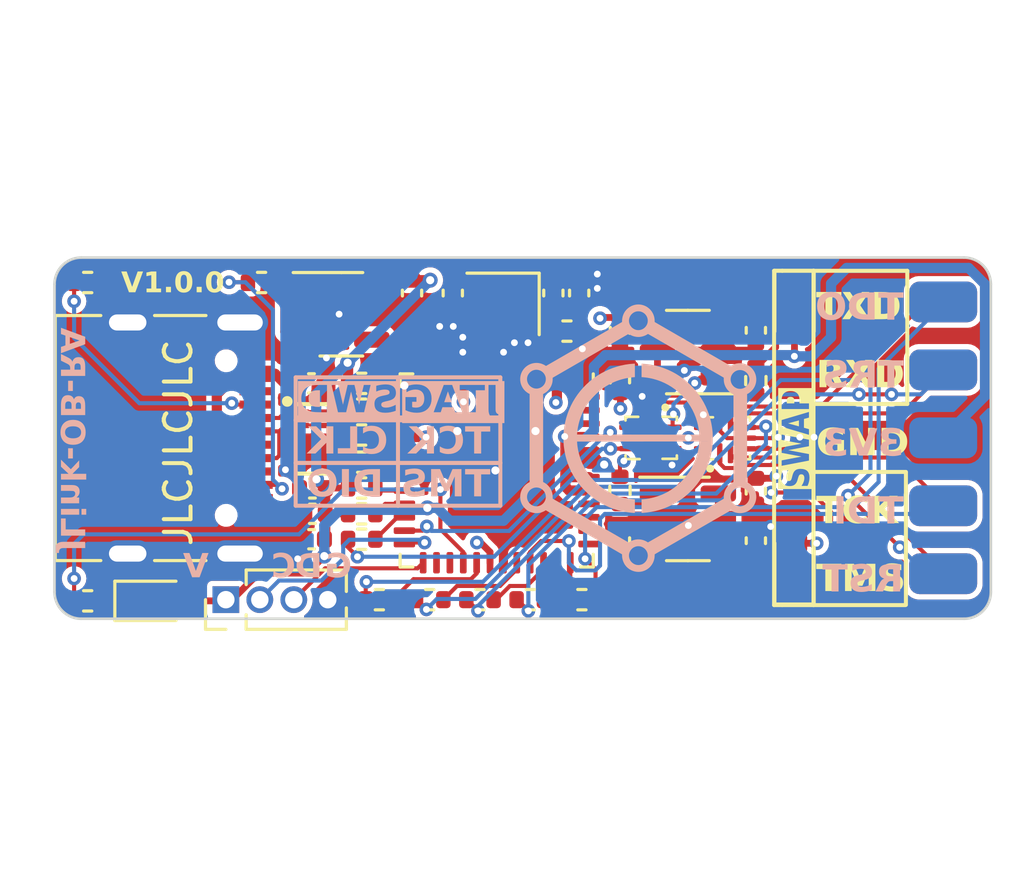
<source format=kicad_pcb>
(kicad_pcb (version 20231007) (generator pcbnew)
  (layers (0 "F.Cu" signal) (1 "In1.Cu" signal) (2 "In2.Cu" signal) (31 "B.Cu" signal) (34 "B.Paste" user) (35 "F.Paste" user) (36 "B.SilkS" user "B.Silkscreen") (37 "F.SilkS" user "F.Silkscreen") (38 "B.Mask" user) (39 "F.Mask" user) (44 "Edge.Cuts" user))
  (net 0 "")
  (net 1 "GND")
  (net 2 "Net-(U1-VCL)")
  (net 3 "/XTAL")
  (net 4 "/EXTAL")
  (net 5 "+3V3")
  (net 6 "Net-(U3-I)")
  (net 7 "Net-(U4-I)")
  (net 8 "VBUS")
  (net 9 "Net-(D1-K)")
  (net 10 "/SWAP_SWD")
  (net 11 "/SWAP_UART")
  (net 12 "Net-(J1-CC1)")
  (net 13 "/USB_D+")
  (net 14 "/USB_D-")
  (net 16 "Net-(J1-CC2)")
  (net 18 "/TDI")
  (net 19 "/TRST")
  (net 20 "/R_TX")
  (net 21 "/R_TMS")
  (net 22 "/TDO")
  (net 23 "/R_RX")
  (net 24 "/#RESET")
  (net 25 "/R_TCK")
  (net 26 "Net-(U1-XCIN)")
  (net 27 "Net-(U1-P407)")
  (net 28 "Net-(U1-USB_DM)")
  (net 29 "Net-(U1-USB_DP)")
  (net 30 "/RA_RST")
  (net 31 "Net-(U1-P201{slash}MD)")
  (net 32 "Net-(U1-P200)")
  (net 33 "Net-(U1-P111)")
  (net 34 "Net-(U1-P100)")
  (net 35 "/TMS")
  (net 36 "Net-(U1-P101)")
  (net 37 "/TCK")
  (net 38 "Net-(U1-P102)")
  (net 39 "Net-(U1-P104)")
  (net 40 "Net-(U1-P112)")
  (net 41 "Net-(U1-P302)")
  (net 42 "/TX")
  (net 44 "/RX")
  (net 45 "/RA_CLK")
  (net 60 "/RA_DIO")
  (net 61 "Net-(D2-K)")
  (net 62 "Net-(D3-K)")
  (footprint "My DFN_QFN:WQFN-10_L1.8-W1.4-P0.40-BL" (layer "F.Cu") (at 36.9332 22.6104 180)
    (property "Reference" "U6")
    (property "Value" "RS2227XUTQK10" hide)
  )
  (footprint "Capacitor_SMD:C_0402_1005Metric" (layer "F.Cu") (at 35.7964 18.5872 -90)
    (property "Reference" "C7")
    (property "Value" "0.1u")
  )
  (footprint "Resistor_SMD:R_0402_1005Metric" (layer "F.Cu") (at 26.1424 21.5348)
    (property "Reference" "R3")
    (property "Value" "27R")
  )
  (footprint "LED_SMD:LED_0603_1608Metric" (layer "F.Cu") (at 42.3204 27.3348 90)
    (property "Reference" "D2")
    (property "Value" "LED")
  )
  (footprint "Resistor_SMD:R_0402_1005Metric" (layer "F.Cu") (at 26.1424 22.5)
    (property "Reference" "R4")
    (property "Value" "27R")
  )
  (footprint "Capacitor_SMD:C_0402_1005Metric" (layer "F.Cu") (at 35.7964 20.444 90)
    (property "Reference" "C8")
    (property "Value" "0.1u")
  )
  (footprint "Capacitor_SMD:C_0402_1005Metric" (layer "F.Cu") (at 29.548 17.1936 90)
    (property "Reference" "C3")
    (property "Value" "20p")
  )
  (footprint "Resistor_SMD:R_0402_1005Metric" (layer "F.Cu") (at 26.802801 28.6556 180)
    (property "Reference" "R15")
    (property "Value" "150R")
  )
  (footprint "Resistor_SMD:R_0402_1005Metric" (layer "F.Cu") (at 26.1424 26.3968)
    (property "Reference" "R16")
    (property "Value" "150R")
  )
  (footprint "Resistor_SMD:R_0402_1005Metric" (layer "F.Cu") (at 34.374 28.6556)
    (property "Reference" "R11")
    (property "Value" "150R")
  )
  (footprint "Touch Pad:Touch_SMD_BOX" (layer "F.Cu") (at 38.3 28.4)
    (property "Reference" "TP1")
    (property "Value" "TouchPad" hide)
  )
  (footprint "Package_TO_SOT_SMD:SOT-23-6" (layer "F.Cu") (at 38.3364 25.638)
    (property "Reference" "U3")
    (property "Value" "TTP223")
  )
  (footprint "Capacitor_SMD:C_0402_1005Metric" (layer "F.Cu") (at 24.3 24.4968 180)
    (property "Reference" "C13")
    (property "Value" "0.1u")
  )
  (footprint "Touch Pad:Touch_SMD_BOX" (layer "F.Cu") (at 38.3 16.8)
    (property "Reference" "TP2")
    (property "Value" "TouchPad" hide)
  )
  (footprint "Resistor_SMD:R_0402_1005Metric" (layer "F.Cu") (at 26.1424 24.4812)
    (property "Reference" "R6")
    (property "Value" "10k")
  )
  (footprint "Capacitor_SMD:C_0402_1005Metric" (layer "F.Cu") (at 34.2724 17.1936 -90)
    (property "Reference" "C1")
    (property "Value" "0.1u")
  )
  (footprint "Capacitor_SMD:C_0402_1005Metric" (layer "F.Cu") (at 24.3 25.4468 180)
    (property "Reference" "C14")
    (property "Value" "10u")
  )
  (footprint "Connector_USB:USB_C_Receptacle_G-Switch_GT-USB-7010ASV" (layer "F.Cu") (at 18.4704 22.6136 -90)
    (property "Reference" "J1")
    (property "Value" "USB_C_Receptacle_USB2.0")
  )
  (footprint "Capacitor_SMD:C_0402_1005Metric" (layer "F.Cu") (at 33.3072 17.1936 -90)
    (property "Reference" "C2")
    (property "Value" "20p")
  )
  (footprint "Resistor_SMD:R_0402_1005Metric" (layer "F.Cu") (at 15.9 28.7)
    (property "Reference" "R8")
    (property "Value" "1k")
  )
  (footprint "Resistor_SMD:R_0402_1005Metric" (layer "F.Cu") (at 32.4436 28.6556 180)
    (property "Reference" "R12")
    (property "Value" "150R")
  )
  (footprint "Connector_PinHeader_1.27mm:PinHeader_1x04_P1.27mm_Vertical" (layer "F.Cu") (at 21.0644 28.6556 90)
    (property "Reference" "J3")
    (property "Value" "DBG")
  )
  (footprint "Package_TO_SOT_SMD:SOT-23-5" (layer "F.Cu") (at 25.3824 17.9876)
    (property "Reference" "U7")
    (property "Value" "ME6211C33M5G")
  )
  (footprint "Resistor_SMD:R_0402_1005Metric" (layer "F.Cu") (at 15.9 16.8)
    (property "Reference" "R9")
    (property "Value" "5.1k")
  )
  (footprint "Crystal:Crystal_SMD_2016-4Pin_2.0x1.6mm" (layer "F.Cu") (at 31.4276 17.6 180)
    (property "Reference" "Y1")
    (property "Value" "12M")
  )
  (footprint "Package_TO_SOT_SMD:SOT-23-6" (layer "F.Cu") (at 38.336399 19.4 180)
    (property "Reference" "U4")
    (property "Value" "TTP223")
  )
  (footprint "LED_SMD:LED_0603_1608Metric" (layer "F.Cu") (at 18.4 28.7)
    (property "Reference" "D1")
    (property "Value" "LED")
  )
  (footprint "Resistor_SMD:R_0402_1005Metric" (layer "F.Cu") (at 40.8764 20.4668 90)
    (property "Reference" "R20")
    (property "Value" "1k")
  )
  (footprint "Capacitor_SMD:C_0402_1005Metric" (layer "F.Cu") (at 40.8764 24.6 -90)
    (property "Reference" "C9")
    (property "Value" "0.1u")
  )
  (footprint "Capacitor_SMD:C_0402_1005Metric" (layer "F.Cu") (at 24.27 26.3968 180)
    (property "Reference" "C12")
    (property "Value" "1u")
  )
  (footprint "Capacitor_SMD:C_0402_1005Metric" (layer "F.Cu") (at 24.2648 20.5696)
    (property "Reference" "C10")
    (property "Value" "1u")
  )
  (footprint "Resistor_SMD:R_0402_1005Metric" (layer "F.Cu") (at 26.1424 25.4464)
    (property "Reference" "R7")
    (property "Value" "10k")
  )
  (footprint "Resistor_SMD:R_0402_1005Metric" (layer "F.Cu") (at 28.6844 28.6556 180)
    (property "Reference" "R14")
    (property "Value" "150R")
  )
  (footprint "Capacitor_SMD:C_0402_1005Metric" (layer "F.Cu") (at 35.7964 26.4508 90)
    (property "Reference" "C5")
    (property "Value" "50p")
  )
  (footprint "My DFN_QFN:WQFN-10_L1.8-W1.4-P0.40-BL" (layer "F.Cu") (at 39.7272 22.6168)
    (property "Reference" "U5")
    (property "Value" "RS2227XUTQK10" hide)
  )
  (footprint "Resistor_SMD:R_0402_1005Metric" (layer "F.Cu") (at 35.7964 24.5712 90)
    (property "Reference" "R19")
    (property "Value" "1k")
  )
  (footprint "connector:Conn_02x05_PinHeader_SMD" (layer "F.Cu") (at 47.879 27.686 90)
    (property "Reference" "J2" hide)
    (property "Value" "Conn_02x05_Counter_Clockwise")
  )
  (footprint "Resistor_SMD:R_0402_1005Metric" (layer "F.Cu") (at 22.4 16.8)
    (property "Reference" "R10")
    (property "Value" "5.1k")
  )
  (footprint "Package_DFN_QFN:QFN-48-1EP_7x7mm_P0.5mm_EP3.5x3.5mm" (layer "F.Cu") (at 31.1896 23.8252 -90)
    (property "Reference" "U1")
    (property "Value" "R7FA4M2AB3CNE#AA0")
  )
  (footprint "Resistor_SMD:R_0402_1005Metric" (layer "F.Cu") (at 26.1444 20.5696)
    (property "Reference" "R2")
    (property "Value" "10k")
  )
  (footprint "Capacitor_SMD:C_0402_1005Metric" (layer "F.Cu") (at 28.024 17.1936 -90)
    (property "Reference" "C11")
    (property "Value" "1u")
  )
  (footprint "Capacitor_SMD:C_0402_1005Metric" (layer "F.Cu") (at 40.8764 18.5872 -90)
    (property "Reference" "C6")
    (property "Value" "50p")
  )
  (footprint "Capacitor_SMD:C_0402_1005Metric" (layer "F.Cu") (at 40.8764 26.45 90)
    (property "Reference" "C4")
    (property "Value" "0.1u")
  )
  (footprint "Resistor_SMD:R_0402_1005Metric" (layer "F.Cu") (at 30.564 28.6556 180)
    (property "Reference" "R13")
    (property "Value" "150R")
  )
  (footprint "Resistor_SMD:R_0402_1005Metric" (layer "F.Cu") (at 26.1424 23.516)
    (property "Reference" "R5")
    (property "Value" "10k")
  )
  (footprint "ESD-TVS:DFN-10_L2.5-W1.0-P0.50-BL-A" (layer "F.Cu") (at 24.260201 22.6444 -90)
    (property "Reference" "U2")
    (property "Value" "ESD0524P_C2901307")
  )
  (footprint "LED_SMD:LED_0603_1608Metric" (layer "F.Cu") (at 42.3204 17.8352 -90)
    (property "Reference" "D3")
    (property "Value" "LED")
  )
  (footprint "Resistor_SMD:R_0402_1005Metric" (layer "F.Cu") (at 33.8152 18.616 180)
    (property "Reference" "R1")
    (property "Value" "10k")
  )
  (footprint "LOGO" (layer "B.Cu") (at 36.4746 22.618465 180)
    (property "Reference" "G***" hide)
    (property "Value" "LOGO" hide)
  )
  (gr_rect (start 38.6746 16.194) (end 41.2246 18.594) (stroke (width 0.1)) (fill solid) (layer "F.Cu") (net 7))
  (gr_rect (start 35.4996 26.594) (end 38.0246 28.944) (stroke (width 0.2)) (fill solid) (layer "F.Cu") (net 6))
  (gr_line (start 31.3246 25.144) (end 31.3246 23.544) (stroke (width 0.15)) (layer "B.SilkS"))
  (gr_line (start 27.4996 21.944) (end 23.6746 21.944) (stroke (width 0.15)) (layer "B.SilkS"))
  (gr_line (start 23.6746 23.544) (end 23.6746 21.944) (stroke (width 0.15)) (layer "B.SilkS"))
  (gr_line (start 27.4996 23.544) (end 23.6746 23.544) (stroke (width 0.15)) (layer "B.SilkS"))
  (gr_line (start 27.4996 21.944) (end 27.4996 20.344) (stroke (width 0.15)) (layer "B.SilkS"))
  (gr_line (start 27.4996 23.544) (end 27.4996 21.944) (stroke (width 0.15)) (layer "B.SilkS"))
  (gr_line (start 23.6746 25.144) (end 23.6746 23.544) (stroke (width 0.15)) (layer "B.SilkS"))
  (gr_line (start 27.4996 21.944) (end 27.4996 20.344) (stroke (width 0.15)) (layer "B.SilkS"))
  (gr_line (start 31.3246 23.544) (end 27.4996 23.544) (stroke (width 0.15)) (layer "B.SilkS"))
  (gr_line (start 31.3246 23.544) (end 31.3246 21.944) (stroke (width 0.15)) (layer "B.SilkS"))
  (gr_line (start 31.3246 20.344) (end 27.4996 20.344) (stroke (width 0.15)) (layer "B.SilkS"))
  (gr_line (start 27.4996 23.544) (end 27.4996 21.944) (stroke (width 0.15)) (layer "B.SilkS"))
  (gr_rect (start 27.4996 21.769) (end 31.3496 21.944) (fill solid) (layer "B.SilkS"))
  (gr_line (start 31.3246 21.944) (end 27.4996 21.944) (stroke (width 0.15)) (layer "B.SilkS"))
  (gr_line (start 31.3246 21.944) (end 27.4996 21.944) (stroke (width 0.15)) (layer "B.SilkS"))
  (gr_line (start 23.6746 21.944) (end 23.6746 20.344) (stroke (width 0.15)) (layer "B.SilkS"))
  (gr_line (start 31.3246 25.144) (end 27.4996 25.144) (stroke (width 0.15)) (layer "B.SilkS"))
  (gr_line (start 27.4996 25.144) (end 27.4996 23.544) (stroke (width 0.15)) (layer "B.SilkS"))
  (gr_line (start 31.3246 21.944) (end 27.4996 21.944) (stroke (width 0.15)) (layer "B.SilkS"))
  (gr_line (start 31.3246 21.944) (end 31.3246 20.344) (stroke (width 0.15)) (layer "B.SilkS"))
  (gr_line (start 27.4996 23.544) (end 23.6746 23.544) (stroke (width 0.15)) (layer "B.SilkS"))
  (gr_rect (start 23.6746 21.769) (end 27.5246 21.944) (fill solid) (layer "B.SilkS"))
  (gr_line (start 27.4996 21.944) (end 23.6746 21.944) (stroke (width 0.15)) (layer "B.SilkS"))
  (gr_line (start 27.4996 25.144) (end 27.4996 23.544) (stroke (width 0.15)) (layer "B.SilkS"))
  (gr_line (start 27.4996 20.344) (end 23.6746 20.344) (stroke (width 0.15)) (layer "B.SilkS"))
  (gr_line (start 31.3246 23.544) (end 27.4996 23.544) (stroke (width 0.15)) (layer "B.SilkS"))
  (gr_line (start 27.4996 21.944) (end 23.6746 21.944) (stroke (width 0.15)) (layer "B.SilkS"))
  (gr_line (start 27.4996 25.144) (end 23.6746 25.144) (stroke (width 0.15)) (layer "B.SilkS"))
  (gr_line (start 41.8632 16.362) (end 41.5584 16.362) (stroke (width 0.15)) (layer "F.SilkS"))
  (gr_line (start 46.486 28.85) (end 46.486 23.9106) (stroke (width 0.15)) (layer "F.SilkS"))
  (gr_line (start 43.0316 16.362) (end 41.8632 16.362) (stroke (width 0.15)) (layer "F.SilkS"))
  (gr_line (start 43.0316 16.362) (end 46.5368 16.362) (stroke (width 0.15)) (layer "F.SilkS"))
  (gr_line (start 43.0316 28.8588) (end 46.4622 28.8588) (stroke (width 0.15)) (layer "F.SilkS"))
  (gr_line (start 43.0316 16.362) (end 43.0316 28.8588) (stroke (width 0.15)) (layer "F.SilkS"))
  (gr_line (start 46.486 23.8804) (end 43.0316 23.8804) (stroke (width 0.15)) (layer "F.SilkS"))
  (gr_line (start 46.5368 16.362) (end 46.5368 21.3404) (stroke (width 0.15)) (layer "F.SilkS"))
  (gr_line (start 41.8632 28.8588) (end 43.0316 28.8588) (stroke (width 0.15)) (layer "F.SilkS"))
  (gr_line (start 43.0316 20.7308) (end 43.0316 16.362) (stroke (width 0.15)) (layer "F.SilkS"))
  (gr_line (start 41.5584 16.362) (end 41.5584 28.8588) (stroke (width 0.15)) (layer "F.SilkS"))
  (gr_line (start 41.8632 28.8588) (end 41.5584 28.8588) (stroke (width 0.15)) (layer "F.SilkS"))
  (gr_line (start 46.5368 21.3404) (end 43.0824 21.3404) (stroke (width 0.15)) (layer "F.SilkS"))
  (gr_arc (start 14.6604 16.869) (mid 14.953291 16.161889) (end 15.6604 15.869) (stroke (width 0.1)) (layer "Edge.Cuts"))
  (gr_line (start 49.6604 28.3686) (end 49.6604 16.869) (stroke (width 0.1)) (layer "Edge.Cuts"))
  (gr_line (start 14.6604 16.869) (end 14.6604 28.3686) (stroke (width 0.1)) (layer "Edge.Cuts"))
  (gr_line (start 15.6604 15.869) (end 48.6604 15.869) (stroke (width 0.1)) (layer "Edge.Cuts"))
  (gr_line (start 48.6604 29.3686) (end 15.6604 29.3686) (stroke (width 0.1)) (layer "Edge.Cuts"))
  (gr_arc (start 49.6604 28.3686) (mid 49.367507 29.075707) (end 48.6604 29.3686) (stroke (width 0.1)) (layer "Edge.Cuts"))
  (gr_arc (start 48.6604 15.869) (mid 49.367504 16.161894) (end 49.6604 16.869) (stroke (width 0.1)) (layer "Edge.Cuts"))
  (gr_arc (start 15.6604 29.3686) (mid 14.953293 29.075707) (end 14.6604 28.3686) (stroke (width 0.1)) (layer "Edge.Cuts"))
  (gr_text "TDO" (at 46.3996 18.359 0) (layer "B.SilkS") (effects (font (size 1 1) (thickness 0.25) bold) (justify left bottom mirror)))
  (gr_text "C" (at 23.6746 27.969 0) (layer "B.SilkS") (effects (font (size 0.889 0.889)) (justify left bottom mirror)))
  (gr_text "G" (at 25.7746 27.969 0) (layer "B.SilkS") (effects (font (size 0.889 0.889)) (justify left bottom mirror)))
  (gr_text "JTAG" (at 31.2746 21.819 0) (layer "B.SilkS" knockout) (effects (font (size 1 1) (thickness 0.25) bold) (justify left bottom mirror)))
  (gr_text "TRS" (at 46.3996 20.899 0) (layer "B.SilkS") (effects (font (size 1 1) (thickness 0.25) bold) (justify left bottom mirror)))
  (gr_text "CLK" (at 27.129249 23.36301 0) (layer "B.SilkS") (effects (font (size 1 1) (thickness 0.25) bold) (justify left bottom mirror)))
  (gr_text "JLink-OB-RA" (at 14.7496 26.840278 -90) (layer "B.SilkS") (effects (font (size 0.889 0.889)) (justify left bottom mirror)))
  (gr_text "TDI" (at 46.3996 25.979 0) (layer "B.SilkS") (effects (font (size 1 1) (thickness 0.25) bold) (justify left bottom mirror)))
  (gr_text "3V3" (at 46.3996 23.439 0) (layer "B.SilkS") (effects (font (size 1 1) (thickness 0.25) bold) (justify left bottom mirror)))
  (gr_text "D\n" (at 24.6746 27.969 0) (layer "B.SilkS") (effects (font (size 0.889 0.889)) (justify left bottom mirror)))
  (gr_text "DIO" (at 26.955348 24.96301 0) (layer "B.SilkS") (effects (font (size 1 1) (thickness 0.25) bold) (justify left bottom mirror)))
  (gr_text "TCK" (at 30.954249 23.36301 0) (layer "B.SilkS") (effects (font (size 1 1) (thickness 0.25) bold) (justify left bottom mirror)))
  (gr_text "RST" (at 46.3996 28.519 0) (layer "B.SilkS") (effects (font (size 1 1) (thickness 0.25) bold) (justify left bottom mirror)))
  (gr_text "TMS" (at 30.954249 24.96301 0) (layer "B.SilkS") (effects (font (size 1 1) (thickness 0.25) bold) (justify left bottom mirror)))
  (gr_text "V" (at 20.4246 27.969 0) (layer "B.SilkS") (effects (font (size 0.889 0.889)) (justify left bottom mirror)))
  (gr_text "SWD" (at 27.5246 21.819 0) (layer "B.SilkS" knockout) (effects (font (size 1 1) (thickness 0.25) bold) (justify left bottom mirror)))
  (gr_text "GND" (at 43.12685 23.4232 0) (layer "F.SilkS") (effects (font (size 1 1) (thickness 0.25) bold) (justify left bottom)))
  (gr_text "TXD" (at 43.12685 18.3432 0) (layer "F.SilkS") (effects (font (size 1 1) (thickness 0.25) bold) (justify left bottom)))
  (gr_text "TMS" (at 43.12685 28.5032 0) (layer "F.SilkS") (effects (font (size 1 1) (thickness 0.25) bold) (justify left bottom)))
  (gr_text "V1.0.0" (at 17.1496 17.294 0) (layer "F.SilkS") (effects (font (size 0.762 0.762) (thickness 0.1905) bold) (justify left bottom)))
  (gr_text "SWAP" (at 43.0316 24.49 90) (layer "F.SilkS" knockout) (effects (font (size 1 0.8) (thickness 0.25) bold) (justify left bottom)))
  (gr_text "TCK" (at 43.12685 25.9632 0) (layer "F.SilkS") (effects (font (size 1 1) (thickness 0.25) bold) (justify left bottom)))
  (gr_text "JLCJLCJLC" (at 19.8746 26.744 90) (layer "F.SilkS") (effects (font (size 1 1)) (justify left bottom)))
  (gr_text "RXD" (at 43.12685 20.8832 0) (layer "F.SilkS") (effects (font (size 1 1) (thickness 0.25) bold) (justify left bottom)))
  (segment (start 38.891029 19.4) (end 38.203936 20.087093) (width 0.254) (layer "F.Cu") (net 1))
  (segment (start 24.2449 17.9876) (end 25.294 17.9876) (width 0.381) (layer "F.Cu") (net 1))
  (segment (start 35.175412 23.5752) (end 35.205899 23.605687) (width 0.381) (layer "F.Cu") (net 1))
  (segment (start 42.2358 23.0168) (end 42.5196 22.5806) (width 0.1524) (layer "F.Cu") (net 1))
  (segment (start 38.354 24.677664) (end 38.354 25.8826) (width 0.1524) (layer "F.Cu") (net 1))
  (segment (start 37.1989 25.638) (end 38.1094 25.638) (width 0.254) (layer "F.Cu") (net 1))
  (segment (start 37.7652 23.6012) (end 37.7444 23.622) (width 0.1524) (layer "F.Cu") (net 1))
  (segment (start 34.6396 23.5752) (end 35.175412 23.5752) (width 0.381) (layer "F.Cu") (net 1))
  (segment (start 40.8764 25.97) (end 41.382556 25.97) (width 0.1524) (layer "F.Cu") (net 1))
  (segment (start 23.849201 23.6444) (end 23.4472 23.6444) (width 0.254) (layer "F.Cu") (net 1))
  (segment (start 23.79 26.3968) (end 23.79 27.0862) (width 0.254) (layer "F.Cu") (net 1))
  (segment (start 40.8764 25.08) (end 40.3886 24.5922) (width 0.1524) (layer "F.Cu") (net 1))
  (segment (start 40.5592 23.0168) (end 42.2358 23.0168) (width 0.1524) (layer "F.Cu") (net 1))
  (segment (start 38.825464 24.2062) (end 38.354 24.677664) (width 0.1524) (layer "F.Cu") (net 1))
  (segment (start 36.358599 20.788399) (end 36.358599 20.526199) (width 0.1524) (layer "F.Cu") (net 1))
  (segment (start 39.473899 19.4) (end 38.891029 19.4) (width 0.254) (layer "F.Cu") (net 1))
  (segment (start 42.5196 22.5806) (end 42.5196 22.733) (width 0.1524) (layer "F.Cu") (net 1))
  (segment (start 36.358599 20.526199) (end 35.7964 19.964) (width 0.1524) (layer "F.Cu") (net 1))
  (segment (start 36.6268 21.0566) (end 36.358599 20.788399) (width 0.1524) (layer "F.Cu") (net 1))
  (segment (start 38.8952 22.2168) (end 38.8952 21.76) (width 0.1524) (layer "F.Cu") (net 1))
  (segment (start 23.79 27.0862) (end 23.749 27.1272) (width 0.254) (layer "F.Cu") (net 1))
  (segment (start 40.2336 24.2062) (end 38.825464 24.2062) (width 0.1524) (layer "F.Cu") (net 1))
  (segment (start 40.3886 24.3612) (end 40.2336 24.2062) (width 0.1524) (layer "F.Cu") (net 1))
  (segment (start 40.3886 24.5922) (end 40.3886 24.3612) (width 0.1524) (layer "F.Cu") (net 1))
  (segment (start 36.8661 25.9708) (end 37.1989 25.638) (width 0.254) (layer "F.Cu") (net 1))
  (segment (start 37.7652 23.0104) (end 37.7652 23.6012) (width 0.1524) (layer "F.Cu") (net 1))
  (segment (start 38.8952 21.76) (end 38.9128 21.7424) (width 0.1524) (layer "F.Cu") (net 1))
  (segment (start 23.4472 23.6444) (end 23.2918 23.7998) (width 0.254) (layer "F.Cu") (net 1))
  (segment (start 38.1094 25.638) (end 38.354 25.8826) (width 0.254) (layer "F.Cu") (net 1))
  (segment (start 25.294 17.9876) (end 25.2984 17.9832) (width 0.381) (layer "F.Cu") (net 1))
  (segment (start 41.382556 25.97) (end 41.431522 25.921034) (width 0.1524) (layer "F.Cu") (net 1))
  (segment (start 35.7964 25.9708) (end 36.8661 25.9708) (width 0.254) (layer "F.Cu") (net 1))
  (via (at 38.203936 20.087093) (size 0.508) (drill 0.254) (layers "F.Cu" "B.Cu") (net 1))
  (via (at 43.053 22.5806) (size 0.508) (drill 0.254) (layers "F.Cu" "B.Cu") (net 1))
  (via (at 41.431522 25.921034) (size 0.508) (drill 0.254) (layers "F.Cu" "B.Cu") (net 1))
  (via (at 25.2984 17.9832) (size 0.508) (drill 0.254) (layers "F.Cu" "B.Cu") (net 1))
  (via (at 37.7444 23.622) (size 0.508) (drill 0.254) (layers "F.Cu" "B.Cu") (net 1))
  (via (at 38.354 25.8826) (size 0.508) (drill 0.254) (layers "F.Cu" "B.Cu") (net 1))
  (via (at 23.749 27.1272) (size 0.508) (drill 0.254) (layers "F.Cu" "B.Cu") (net 1))
  (via (at 36.6268 21.0566) (size 0.508) (drill 0.254) (layers "F.Cu" "B.Cu") (net 1))
  (via (at 23.2918 23.7998) (size 0.508) (drill 0.254) (layers "F.Cu" "B.Cu") (net 1))
  (via (at 31.1404 23.8252) (size 0.5588) (drill 0.3048) (layers "F.Cu" "B.Cu") (net 1))
  (via (at 34.3916 19.2786) (size 0.508) (drill 0.254) (layers "F.Cu" "B.Cu") (net 1))
  (via (at 42.5196 22.5806) (size 0.508) (drill 0.254) (layers "F.Cu" "B.Cu") (net 1))
  (via (at 31.4452 19.4056) (size 0.508) (drill 0.254) (layers "F.Cu" "B.Cu") (net 1))
  (via (at 35.205899 23.605687) (size 0.5588) (drill 0.3048) (layers "F.Cu" "B.Cu") (net 1))
  (via (at 24.8246 19.619) (size 0.508) (drill 0.254) (layers "F.Cu" "B.Cu") (net 1))
  (via (at 29.0576 18.4404) (size 0.508) (drill 0.254) (layers "F.Cu" "B.Cu") (net 1))
  (via (at 32.639 22.352) (size 0.5588) (drill 0.3048) (layers "F.Cu" "B.Cu") (net 1))
  (via (at 27.7368 20.6502) (size 0.5588) (drill 0.3048) (layers "F.Cu" "B.Cu") (net 1))
  (via (at 29.9212 18.8468) (size 0.508) (drill 0.254) (layers "F.Cu" "B.Cu") (net 1))
  (via (at 34.9504 17.018) (size 0.508) (drill 0.254) (layers "F.Cu" "B.Cu") (net 1))
  (via (at 31.8516 19.05) (size 0.508) (drill 0.254) (layers "F.Cu" "B.Cu") (net 1))
  (via (at 29.5656 18.4404) (size 0.508) (drill 0.254) (layers "F.Cu" "B.Cu") (net 1))
  (via (at 29.718 22.352) (size 0.5588) (drill 0.3048) (layers "F.Cu" "B.Cu") (net 1))
  (via (at 38.9128 21.7424) (size 0.508) (drill 0.254) (layers "F.Cu" "B.Cu") (net 1))
  (via (at 32.3596 19.05) (size 0.508) (drill 0.254) (layers "F.Cu" "B.Cu") (net 1))
  (via (at 29.9212 19.4056) (size 0.508) (drill 0.254) (layers "F.Cu" "B.Cu") (net 1))
  (via (at 34.9504 16.4846) (size 0.508) (drill 0.254) (layers "F.Cu" "B.Cu") (net 1))
  (segment (start 32.939599 20.3752) (end 32.939599 19.975201) (width 0.1524) (layer "F.Cu") (net 2))
  (segment (start 33.753001 18.192999) (end 34.2724 17.6736) (width 0.1524) (layer "F.Cu") (net 2))
  (segment (start 33.753001 19.161799) (end 33.753001 18.192999) (width 0.1524) (layer "F.Cu") (net 2))
  (segment (start 32.939599 19.975201) (end 33.753001 19.161799) (width 0.1524) (layer "F.Cu") (net 2))
  (segment (start 30.9396 19.0984) (end 31.4198 18.6182) (width 0.1524) (layer "F.Cu") (net 3))
  (segment (start 32.0482 17.05) (end 32.1276 17.05) (width 0.1524) (layer "F.Cu") (net 3))
  (segment (start 31.4198 17.6784) (end 32.0482 17.05) (width 0.1524) (layer "F.Cu") (net 3))
  (segment (start 32.1276 17.05) (end 32.464 16.7136) (width 0.1524) (layer "F.Cu") (net 3))
  (segment (start 31.4198 18.6182) (end 31.4198 17.6784) (width 0.1524) (layer "F.Cu") (net 3))
  (segment (start 32.464 16.7136) (end 33.3072 16.7136) (width 0.1524) (layer "F.Cu") (net 3))
  (segment (start 30.9396 20.3752) (end 30.9396 19.0984) (width 0.1524) (layer "F.Cu") (net 3))
  (segment (start 30.2512 17.6736) (end 29.548 17.6736) (width 0.1524) (layer "F.Cu") (net 4))
  (segment (start 30.4396 20.375201) (end 30.4396 18.438) (width 0.1524) (layer "F.Cu") (net 4))
  (segment (start 30.7276 18.15) (end 30.2512 17.6736) (width 0.1524) (layer "F.Cu") (net 4))
  (segment (start 30.4396 18.438) (end 30.7276 18.15) (width 0.1524) (layer "F.Cu") (net 4))
  (segment (start 42.3204 18.622701) (end 42.3204 19.554) (width 0.254) (layer "F.Cu") (net 5))
  (segment (start 30.584498 26.520099) (end 30.447081 26.520099) (width 0.254) (layer "F.Cu") (net 5))
  (segment (start 40.8764 26.93) (end 41.937699 26.93) (width 0.254) (layer "F.Cu") (net 5))
  (segment (start 33.4518 21.2852) (end 33.4396 21.273) (width 0.381) (layer "F.Cu") (net 5))
  (segment (start 33.7566 24.4362) (end 33.8956 24.5752) (width 0.381) (layer "F.Cu") (net 5))
  (segment (start 29.972 21.2598) (end 29.9974 21.2852) (width 0.381) (layer "F.Cu") (net 5))
  (segment (start 26.5199 17.0376) (end 26.8439 16.7136) (width 0.381) (layer "F.Cu") (net 5))
  (segment (start 42.3204 26.547299) (end 43.150301 26.547299) (width 0.254) (layer "F.Cu") (net 5))
  (segment (start 35.814 20.9416) (end 35.814 21.5138) (width 0.254) (layer "F.Cu") (net 5))
  (segment (start 30.9396 27.2752) (end 30.9396 26.875201) (width 0.254) (layer "F.Cu") (net 5))
  (segment (start 41.207374 24.12) (end 41.21034 24.117034) (width 0.254) (layer "F.Cu") (net 5))
  (segment (start 25.6324 25.4464) (end 24.7804 25.4464) (width 0.254) (layer "F.Cu") (net 5))
  (segment (start 33.8956 24.5752) (end 34.639599 24.5752) (width 0.381) (layer "F.Cu") (net 5))
  (segment (start 35.7964 18.1072) (end 35.0804 18.1072) (width 0.254) (layer "F.Cu") (net 5))
  (segment (start 37.7652 22.6104) (end 38.3496 22.6104) (width 0.1524) (layer "F.Cu") (net 5))
  (segment (start 38.3496 22.6104) (end 38.354 22.606) (width 0.1524) (layer "F.Cu") (net 5))
  (segment (start 38.3584 22.6104) (end 38.8888 22.6104) (width 0.1524) (layer "F.Cu") (net 5))
  (segment (start 24.75 27.02065) (end 24.743831 27.026819) (width 0.381) (layer "F.Cu") (net 5))
  (segment (start 28.5696 22.5752) (end 28.575 22.5698) (width 0.381) (layer "F.Cu") (net 5))
  (segment (start 28.024 16.7136) (end 28.7016 16.7136) (width 0.381) (layer "F.Cu") (net 5))
  (segment (start 39.8159 26.93) (end 39.4739 26.588) (width 0.254) (layer "F.Cu") (net 5))
  (segment (start 21.02 28.7) (end 21.0644 28.6556) (width 0.254) (layer "F.Cu") (net 5))
  (segment (start 24.45411 24.155693) (end 24.45411 24.17091) (width 0.381) (layer "F.Cu") (net 5))
  (segment (start 28.538398 25.167962) (end 28.595115 25.224679) (width 0.381) (layer "F.Cu") (net 5))
  (segment (start 33.7566 24.0792) (end 33.7566 22.5806) (width 0.381) (layer "F.Cu") (net 5))
  (segment (start 29.9396 20.3752) (end 29.9396 21.2274) (width 0.381) (layer "F.Cu") (net 5))
  (segment (start 37.198899 18.450001) (end 37.198899 20.349999) (width 0.254) (layer "F.Cu") (net 5))
  (segment (start 24.75 26.3968) (end 24.75 27.02065) (width 0.381) (layer "F.Cu") (net 5))
  (segment (start 33.762 22.5752) (end 33.7566 22.5806) (width 0.381) (layer "F.Cu") (net 5))
  (segment (start 33.7566 24.0792) (end 33.7566 24.4362) (width 0.381) (layer "F.Cu") (net 5))
  (segment (start 42.3204 19.554) (end 42.3164 19.558) (width 0.254) (layer "F.Cu") (net 5))
  (segment (start 33.7566 22.5806) (end 33.7312 22.5552) (width 0.381) (layer "F.Cu") (net 5))
  (segment (start 40.8764 26.93) (end 39.8159 26.93) (width 0.254) (layer "F.Cu") (net 5))
  (segment (start 41.561772 24.117034) (end 41.642708 24.036098) (width 0.254) (layer "F.Cu") (net 5))
  (segment (start 29.9396 21.2274) (end 29.9466 21.2344) (width 0.381) (layer "F.Cu") (net 5))
  (segment (start 25.6324 24.4812) (end 24.7956 24.4812) (width 0.254) (layer "F.Cu") (net 5))
  (segment (start 43.1546 26.543) (end 43.150301 26.547299) (width 0.254) (layer "F.Cu") (net 5))
  (segment (start 33.4396 21.273) (end 33.4396 20.3752) (width 0.381) (layer "F.Cu") (net 5))
  (segment (start 28.5696 22.5752) (end 28.538398 22.606402) (width 0.381) (layer "F.Cu") (net 5))
  (segment (start 28.555 22.5752) (end 28.5496 22.5806) (width 0.381) (layer "F.Cu") (net 5))
  (segment (start 38.8888 22.6104) (end 38.8952 22.6168) (width 0.1524) (layer "F.Cu") (net 5))
  (segment (start 21.0644 28.6556) (end 21.304004 28.6556) (width 0.254) (layer "F.Cu") (net 5))
  (segment (start 22.297404 27.6622) (end 24.10845 27.6622) (width 0.254) (layer "F.Cu") (net 5))
  (segment (start 24.78 26.3668) (end 24.75 26.3968) (width 0.381) (layer "F.Cu") (net 5))
  (segment (start 33.401 21.2852) (end 33.4518 21.2852) (width 0.381) (layer "F.Cu") (net 5))
  (segment (start 24.7956 24.4812) (end 24.78 24.4968) (width 0.254) (layer "F.Cu") (net 5))
  (segment (start 41.937699 26.93) (end 42.3204 26.547299) (width 0.254) (layer "F.Cu") (net 5))
  (segment (start 40.8764 24.12) (end 41.207374 24.12) (width 0.254) (layer "F.Cu") (net 5))
  (segment (start 30.9396 26.875201) (end 30.584498 26.520099) (width 0.254) (layer "F.Cu") (net 5))
  (segment (start 28.7016 16.7136) (end 28.702 16.7132) (width 0.381) (layer "F.Cu") (net 5))
  (segment (start 33.7606 24.0752) (end 33.7566 24.0792) (width 0.381) (layer "F.Cu") (net 5))
  (segment (start 25.6344 20.5696) (end 25.6344 19.8178) (width 0.381) (layer "F.Cu") (net 5))
  (segment (start 38.354 22.606) (end 38.3584 22.6104) (width 0.1524) (layer "F.Cu") (net 5))
  (segment (start 28.5442 22.5752) (end 27.7396 22.5752) (width 0.381) (layer "F.Cu") (net 5))
  (segment (start 24.10845 27.6622) (end 24.743831 27.026819) (width 0.254) (layer "F.Cu") (net 5))
  (segment (start 28.5696 22.5752) (end 28.555 22.5752) (width 0.381) (layer "F.Cu") (net 5))
  (segment (start 19.1875 28.7) (end 21.02 28.7) (width 0.254) (layer "F.Cu") (net 5))
  (segment (start 29.9466 21.2598) (end 29.972 21.2598) (width 0.381) (layer "F.Cu") (net 5))
  (segment (start 28.5496 22.5806) (end 28.5442 22.5752) (width 0.381) (layer "F.Cu") (net 5))
  (segment (start 35.7964 18.1072) (end 36.856098 18.1072) (width 0.254) (layer "F.Cu") (net 5))
  (segment (start 29.9466 21.2344) (end 29.9466 21.2598) (width 0.381) (layer "F.Cu") (net 5))
  (segment (start 34.6396 24.0752) (end 33.7606 24.0752) (width 0.381) (layer "F.Cu") (net 5))
  (segment (start 39.4739 26.588) (end 39.4739 24.688) (width 0.254) (layer "F.Cu") (net 5))
  (segment (start 35.7964 20.924) (end 35.814 20.9416) (width 0.254) (layer "F.Cu") (net 5))
  (segment (start 24.45411 24.17091) (end 24.78 24.4968) (width 0.381) (layer "F.Cu") (net 5))
  (segment (start 26.8439 16.7136) (end 28.024 16.7136) (width 0.381) (layer "F.Cu") (net 5))
  (segment (start 25.6324 23.516) (end 25.6324 24.4812) (width 0.254) (layer "F.Cu") (net 5))
  (segment (start 36.856098 18.1072) (end 37.198899 18.450001) (width 0.254) (layer "F.Cu") (net 5))
  (segment (start 21.304004 28.6556) (end 22.297404 27.6622) (width 0.254) (layer "F.Cu") (net 5))
  (segment (start 34.6396 22.5752) (end 33.762 22.5752) (width 0.381) (layer "F.Cu") (net 5))
  (segment (start 41.21034 24.117034) (end 41.561772 24.117034) (width 0.254) (layer "F.Cu") (net 5))
  (segment (start 35.0804 18.1072) (end 35.052 18.1356) (width 0.254) (layer "F.Cu") (net 5))
  (segment (start 25.6344 19.8178) (end 25.6159 19.7993) (width 0.381) (layer "F.Cu") (net 5))
  (segment (start 24.7804 25.4464) (end 24.78 25.4468) (width 0.254) (layer "F.Cu") (net 5))
  (segment (start 24.78 24.4968) (end 24.78 26.3668) (width 0.381) (layer "F.Cu") (net 5))
  (via (at 35.814 21.5138) (size 0.508) (drill 0.254) (layers "F.Cu" "B.Cu") (net 5))
  (via (at 28.595115 25.224679) (size 0.5588) (drill 0.3048) (layers "F.Cu" "B.Cu") (net 5))
  (via (at 29.9466 21.2598) (size 0.508) (drill 0.254) (layers "F.Cu" "B.Cu") (net 5))
  (via (at 33.401 21.2852) (size 0.508) (drill 0.254) (layers "F.Cu" "B.Cu") (net 5))
  (via (at 43.150301 26.547299) (size 0.508) (drill 0.254) (layers "F.Cu" "B.Cu") (net 5))
  (via (at 41.642708 24.036098) (size 0.508) (drill 0.254) (layers "F.Cu" "B.Cu") (net 5))
  (via (at 25.6159 19.7993) (size 0.5588) (drill 0.3048) (layers "F.Cu" "B.Cu") (net 5))
  (via (at 28.5496 22.5806) (size 0.508) (drill 0.254) (layers "F.Cu" "B.Cu") (net 5))
  (via (at 24.45411 24.155693) (size 0.5588) (drill 0.3048) (layers "F.Cu" "B.Cu") (net 5))
  (via (at 42.3164 19.558) (size 0.508) (drill 0.254) (layers "F.Cu" "B.Cu") (net 5))
  (via (at 35.052 18.1356) (size 0.508) (drill 0.254) (layers "F.Cu" "B.Cu") (net 5))
  (via (at 38.354 22.606) (size 0.508) (drill 0.254) (layers "F.Cu" "B.Cu") (net 5))
  (via (at 28.702 16.7132) (size 0.5588) (drill 0.3048) (layers "F.Cu" "B.Cu") (net 5))
  (via (at 33.7312 22.5552) (size 0.508) (drill 0.254) (layers "F.Cu" "B.Cu") (net 5))
  (via (at 24.743831 27.026819) (size 0.5588) (drill 0.3048) (layers "F.Cu" "B.Cu") (net 5))
  (via (at 30.447081 26.520099) (size 0.508) (drill 0.254) (layers "F.Cu" "B.Cu") (net 5))
  (segment (start 43.688 18.8468) (end 42.9768 19.558) (width 0.381) (layer "B.Cu") (net 5))
  (segment (start 28.958479 25.224679) (end 28.595115 25.224679) (width 0.381) (layer "B.Cu") (net 5))
  (segment (start 24.442596 24.144179) (end 24.442596 20.972604) (width 0.381) (layer "B.Cu") (net 5))
  (segment (start 44.2722 16.256) (end 43.688 16.8402) (width 0.381) (layer "B.Cu") (net 5))
  (segment (start 43.688 16.8402) (end 43.688 18.8468) (width 0.381) (layer "B.Cu") (net 5))
  (segment (start 24.743831 25.878369) (end 25.3238 25.2984) (width 0.381) (layer "B.Cu") (net 5))
  (segment (start 35.247705 19.514695) (end 34.8234 19.939) (width 0.381) (layer "B.Cu") (net 5))
  (segment (start 34.8234 19.939) (end 34.8234 22.3266) (width 0.381) (layer "B.Cu") (net 5))
  (segment (start 29.4386 25.7048) (end 28.958479 25.224679) (width 0.381) (layer "B.Cu") (net 5))
  (segment (start 49.4411 16.866192) (end 48.830908 16.256) (width 0.381) (layer "B.Cu") (net 5))
  (segment (start 25.3238 25.2984) (end 28.521394 25.2984) (width 0.381) (layer "B.Cu") (net 5))
  (segment (start 42.9768 19.558) (end 42.3164 19.558) (width 0.381) (layer "B.Cu") (net 5))
  (segment (start 42.273095 19.514695) (end 35.247705 19.514695) (width 0.381) (layer "B.Cu") (net 5))
  (segment (start 24.45411 24.155693) (end 24.442596 24.144179) (width 0.381) (layer "B.Cu") (net 5))
  (segment (start 49.4411 21.043901) (end 49.4411 16.866192) (width 0.381) (layer "B.Cu") (net 5))
  (segment (start 28.521394 25.2984) (end 28.595115 25.224679) (width 0.381) (layer "B.Cu") (net 5))
  (segment (start 48.830908 16.256) (end 44.2722 16.256) (width 0.381) (layer "B.Cu") (net 5))
  (segment (start 31.4452 25.7048) (end 29.4386 25.7048) (width 0.381) (layer "B.Cu") (net 5))
  (segment (start 34.8234 22.3266) (end 31.4452 25.7048) (width 0.381) (layer "B.Cu") (net 5))
  (segment (start 47.879 22.606001) (end 49.4411 21.043901) (width 0.381) (layer "B.Cu") (net 5))
  (segment (start 24.743831 27.026819) (end 24.743831 25.878369) (width 0.381) (layer "B.Cu") (net 5))
  (segment (start 42.3164 19.558) (end 42.273095 19.514695) (width 0.381) (layer "B.Cu") (net 5))
  (segment (start 28.702 16.7132) (end 25.6159 19.7993) (width 0.381) (layer "B.Cu") (net 5))
  (segment (start 24.442596 20.972604) (end 25.6159 19.7993) (width 0.381) (layer "B.Cu") (net 5))
  (segment (start 35.7964 27.9224) (end 36.274 28.4) (width 0.1524) (layer "F.Cu") (net 6))
  (segment (start 35.7964 26.9308) (end 35.7964 27.9224) (width 0.1524) (layer "F.Cu") (net 6))
  (segment (start 36.1392 26.588) (end 37.1989 26.588) (width 0.1524) (layer "F.Cu") (net 6))
  (segment (start 35.7964 26.9308) (end 36.1392 26.588) (width 0.1524) (layer "F.Cu") (net 6))
  (segment (start 36.274 28.4) (end 38.3 28.4) (width 0.1524) (layer "F.Cu") (net 6))
  (segment (start 40.8764 18.1072) (end 40.533599 18.450001) (width 0.1524) (layer "F.Cu") (net 7))
  (segment (start 40.533599 18.450001) (end 39.473899 18.450001) (width 0.1524) (layer "F.Cu") (net 7))
  (segment (start 38.3 16.8) (end 40.2188 16.8) (width 0.1524) (layer "F.Cu") (net 7))
  (segment (start 40.8764 17.4576) (end 40.8764 18.1072) (width 0.1524) (layer "F.Cu") (net 7))
  (segment (start 40.2188 16.8) (end 40.8764 17.4576) (width 0.1524) (layer "F.Cu") (net 7))
  (segment (start 23.262 20.5696) (end 23.7848 20.5696) (width 0.381) (layer "F.Cu") (net 8))
  (segment (start 22.1954 25.0136) (end 21.4912 25.0136) (width 0.381) (layer "F.Cu") (net 8))
  (segment (start 23.2903 18.645499) (end 23.2903 17.4513) (width 0.381) (layer "F.Cu") (net 8))
  (segment (start 20.7264 24.2488) (end 20.7264 20.9784) (width 0.381) (layer "F.Cu") (net 8))
  (segment (start 24.2449 18.9376) (end 23.582401 18.9376) (width 0.381) (layer "F.Cu") (net 8))
  (segment (start 23.704 17.0376) (end 24.2449 17.0376) (width 0.381) (layer "F.Cu") (net 8))
  (segment (start 23.2903 17.4513) (end 23.704 17.0376) (width 0.381) (layer "F.Cu") (net 8))
  (segment (start 21.4912 25.0136) (end 20.7264 24.2488) (width 0.381) (layer "F.Cu") (net 8))
  (segment (start 23.7848 20.5696) (end 24.2449 20.1095) (width 0.381) (layer "F.Cu") (net 8))
  (segment (start 22.1954 20.2136) (end 22.906 20.2136) (width 0.381) (layer "F.Cu") (net 8))
  (segment (start 22.906 20.2136) (end 23.262 20.5696) (width 0.381) (layer "F.Cu") (net 8))
  (segment (start 21.4912 20.2136) (end 22.1954 20.2136) (width 0.381) (layer "F.Cu") (net 8))
  (segment (start 20.7264 20.9784) (end 21.4912 20.2136) (width 0.381) (layer "F.Cu") (net 8))
  (segment (start 24.2449 20.1095) (end 24.2449 18.9376) (width 0.381) (layer "F.Cu") (net 8))
  (segment (start 23.582401 18.9376) (end 23.2903 18.645499) (width 0.381) (layer "F.Cu") (net 8))
  (segment (start 17.6125 28.7) (end 16.409999 28.7) (width 0.1524) (layer "F.Cu") (net 9))
  (segment (start 36.9832 24.688) (end 36.590001 25.081199) (width 0.1524) (layer "F.Cu") (net 10))
  (segment (start 37.7198 24.688) (end 37.1989 24.688) (width 0.1524) (layer "F.Cu") (net 10))
  (segment (start 36.590001 25.081199) (end 35.7964 25.081199) (width 0.1524) (layer "F.Cu") (net 10))
  (segment (start 38.8952 23.5126) (end 37.7198 24.688) (width 0.1524) (layer "F.Cu") (net 10))
  (segment (start 37.1989 24.688) (end 36.9832 24.688) (width 0.1524) (layer "F.Cu") (net 10))
  (segment (start 38.8952 23.0168) (end 38.8952 23.5126) (width 0.1524) (layer "F.Cu") (net 10))
  (segment (start 37.7652 22.2104) (end 37.7652 21.747) (width 0.1524) (layer "F.Cu") (net 11))
  (segment (start 37.7652 21.747) (end 37.7952 21.717) (width 0.1524) (layer "F.Cu") (net 11))
  (segment (start 39.473899 20.349999) (end 38.798978 20.349999) (width 0.1524) (layer "F.Cu") (net 11))
  (segment (start 38.798978 20.349999) (end 38.590612 20.558365) (width 0.1524) (layer "F.Cu") (net 11))
  (segment (start 39.473899 20.349999) (end 40.2496 20.349999) (width 0.1524) (layer "F.Cu") (net 11))
  (segment (start 40.2496 20.349999) (end 40.8764 20.976799) (width 0.1524) (layer "F.Cu") (net 11))
  (via (at 37.7952 21.717) (size 0.508) (drill 0.254) (layers "F.Cu" "B.Cu") (net 11))
  (via (at 38.590612 20.558365) (size 0.508) (drill 0.254) (layers "F.Cu" "B.Cu") (net 11))
  (segment (start 37.7952 21.717) (end 37.7952 21.353777) (width 0.1524) (layer "B.Cu") (net 11))
  (segment (start 37.7952 21.353777) (end 38.590612 20.558365) (width 0.1524) (layer "B.Cu") (net 11))
  (segment (start 22.1954 21.3636) (end 21.3382 21.3636) (width 0.1524) (layer "F.Cu") (net 12))
  (segment (start 15.3924 17.5006) (end 15.3924 16.802399) (width 0.1524) (layer "F.Cu") (net 12))
  (segment (start 21.3382 21.3636) (end 21.2852 21.3106) (width 0.1524) (layer "F.Cu") (net 12))
  (segment (start 15.3924 16.802399) (end 15.390001 16.8) (width 0.1524) (layer "F.Cu") (net 12))
  (via (at 21.2852 21.3106) (size 0.508) (drill 0.254) (layers "F.Cu" "B.Cu") (net 12))
  (via (at 15.3924 17.5006) (size 0.508) (drill 0.254) (layers "F.Cu" "B.Cu") (net 12))
  (segment (start 15.3924 18.8722) (end 15.3924 17.5006) (width 0.1524) (layer "B.Cu") (net 12))
  (segment (start 17.8308 21.3106) (end 15.3924 18.8722) (width 0.1524) (layer "B.Cu") (net 12))
  (segment (start 21.2852 21.3106) (end 17.8308 21.3106) (width 0.1524) (layer "B.Cu") (net 12))
  (segment (start 23.061101 23.270299) (end 23.061101 22.3636) (width 0.1524) (layer "F.Cu") (net 13))
  (segment (start 24.6712 22.1444) (end 25.2768 22.1444) (width 0.1524) (layer "F.Cu") (net 13))
  (segment (start 22.1954 23.3636) (end 22.9678 23.3636) (width 0.1524) (layer "F.Cu") (net 13))
  (segment (start 23.061101 22.3636) (end 23.280301 22.1444) (width 0.1524) (layer "F.Cu") (net 13))
  (segment (start 23.280301 22.1444) (end 23.849202 22.1444) (width 0.1524) (layer "F.Cu") (net 13))
  (segment (start 22.1954 22.3636) (end 23.061101 22.3636) (width 0.1524) (layer "F.Cu") (net 13))
  (segment (start 23.849202 22.1444) (end 24.6712 22.1444) (width 0.1524) (layer "F.Cu") (net 13))
  (segment (start 22.9678 23.3636) (end 23.061101 23.270299) (width 0.1524) (layer "F.Cu") (net 13))
  (segment (start 25.2768 22.1444) (end 25.6324 22.5) (width 0.1524) (layer "F.Cu") (net 13))
  (segment (start 21.423 22.8636) (end 21.336 22.7766) (width 0.1524) (layer "F.Cu") (net 14))
  (segment (start 21.423 21.8636) (end 22.1954 21.8636) (width 0.1524) (layer "F.Cu") (net 14))
  (segment (start 25.5228 21.6444) (end 25.6324 21.5348) (width 0.1524) (layer "F.Cu") (net 14))
  (segment (start 21.336 21.9506) (end 21.423 21.8636) (width 0.1524) (layer "F.Cu") (net 14))
  (segment (start 23.849201 21.6444) (end 24.671201 21.6444) (width 0.1524) (layer "F.Cu") (net 14))
  (segment (start 22.1954 22.8636) (end 21.423 22.8636) (width 0.1524) (layer "F.Cu") (net 14))
  (segment (start 23.062732 21.8636) (end 23.281932 21.6444) (width 0.1524) (layer "F.Cu") (net 14))
  (segment (start 21.336 22.7766) (end 21.336 21.9506) (width 0.1524) (layer "F.Cu") (net 14))
  (segment (start 24.671201 21.6444) (end 25.5228 21.6444) (width 0.1524) (layer "F.Cu") (net 14))
  (segment (start 22.1954 21.8636) (end 23.062732 21.8636) (width 0.1524) (layer "F.Cu") (net 14))
  (segment (start 23.281932 21.6444) (end 23.849201 21.6444) (width 0.1524) (layer "F.Cu") (net 14))
  (segment (start 21.8794 16.7894) (end 21.89 16.8) (width 0.1524) (layer "F.Cu") (net 16))
  (segment (start 22.1954 24.3636) (end 23.0174 24.3636) (width 0.1524) (layer "F.Cu") (net 16))
  (segment (start 23.0174 24.3636) (end 23.1648 24.511) (width 0.1524) (layer "F.Cu") (net 16))
  (segment (start 21.1836 16.7894) (end 21.8794 16.7894) (width 0.1524) (layer "F.Cu") (net 16))
  (via (at 21.1836 16.7894) (size 0.508) (drill 0.254) (layers "F.Cu" "B.Cu") (net 16))
  (via (at 23.1648 24.511) (size 0.508) (drill 0.254) (layers "F.Cu" "B.Cu") (net 16))
  (segment (start 21.7932 16.7894) (end 21.1836 16.7894) (width 0.1524) (layer "B.Cu") (net 16))
  (segment (start 22.8232 24.1694) (end 22.8232 17.8194) (width 0.1524) (layer "B.Cu") (net 16))
  (segment (start 22.8232 17.8194) (end 21.7932 16.7894) (width 0.1524) (layer "B.Cu") (net 16))
  (segment (start 23.1648 24.511) (end 22.8232 24.1694) (width 0.1524) (layer "B.Cu") (net 16))
  (segment (start 32.4396 26.875201) (end 32.852215 26.462586) (width 0.1524) (layer "F.Cu") (net 18))
  (segment (start 32.852215 26.462586) (end 33.887231 26.462586) (width 0.1524) (layer "F.Cu") (net 18))
  (segment (start 32.4396 27.2752) (end 32.4396 26.875201) (width 0.1524) (layer "F.Cu") (net 18))
  (via (at 33.887231 26.462586) (size 0.508) (drill 0.254) (layers "F.Cu" "B.Cu") (net 18))
  (segment (start 33.887231 27.283231) (end 33.887231 26.462586) (width 0.1524) (layer "B.Cu") (net 18))
  (segment (start 34.163 27.559) (end 33.887231 27.283231) (width 0.1524) (layer "B.Cu") (net 18))
  (segment (start 35.2298 25.4508) (end 35.052 25.6286) (width 0.1524) (layer "B.Cu") (net 18))
  (segment (start 47.6588 25.4508) (end 35.2298 25.4508) (width 0.1524) (layer "B.Cu") (net 18))
  (segment (start 47.956 25.1536) (end 47.6588 25.4508) (width 0.1524) (layer "B.Cu") (net 18))
  (segment (start 35.052 27.3812) (end 34.8742 27.559) (width 0.1524) (layer "B.Cu") (net 18))
  (segment (start 34.8742 27.559) (end 34.163 27.559) (width 0.1524) (layer "B.Cu") (net 18))
  (segment (start 35.052 25.6286) (end 35.052 27.3812) (width 0.1524) (layer "B.Cu") (net 18))
  (segment (start 45.9486 20.9804) (end 44.7294 20.9804) (width 0.1524) (layer "F.Cu") (net 19))
  (segment (start 28.19564 28.6556) (end 28.560912 29.020872) (width 0.1524) (layer "F.Cu") (net 19))
  (segment (start 28.174401 28.6556) (end 28.19564 28.6556) (width 0.1524) (layer "F.Cu") (net 19))
  (via (at 28.560912 29.020872) (size 0.508) (drill 0.254) (layers "F.Cu" "B.Cu") (net 19))
  (via (at 45.9486 20.9804) (size 0.508) (drill 0.254) (layers "F.Cu" "B.Cu") (net 19))
  (via (at 44.7294 20.9804) (size 0.508) (drill 0.254) (layers "F.Cu" "B.Cu") (net 19))
  (segment (start 30.39169 28.629049) (end 28.952735 28.629049) (width 0.1524) (layer "B.Cu") (net 19))
  (segment (start 47.0492 20.9804) (end 47.956 20.0736) (width 0.1524) (layer "B.Cu") (net 19))
  (segment (start 38.386989 24.4348) (end 34.585939 24.4348) (width 0.1524) (layer "B.Cu") (net 19))
  (segment (start 28.952735 28.629049) (end 28.560912 29.020872) (width 0.1524) (layer "B.Cu") (net 19))
  (segment (start 34.585939 24.4348) (end 30.39169 28.629049) (width 0.1524) (layer "B.Cu") (net 19))
  (segment (start 45.9486 20.9804) (end 47.0492 20.9804) (width 0.1524) (layer "B.Cu") (net 19))
  (segment (start 44.7294 20.9804) (end 41.841389 20.9804) (width 0.1524) (layer "B.Cu") (net 19))
  (segment (start 41.841389 20.9804) (end 38.386989 24.4348) (width 0.1524) (layer "B.Cu") (net 19))
  (segment (start 36.733201 22.0024) (end 36.733201 21.6699) (width 0.1524) (layer "F.Cu") (net 20))
  (segment (start 43.307 21.4376) (end 47.211 17.5336) (width 0.1524) (layer "F.Cu") (net 20))
  (segment (start 47.211 17.5336) (end 47.956 17.5336) (width 0.1524) (layer "F.Cu") (net 20))
  (segment (start 40.4876 21.4376) (end 43.307 21.4376) (width 0.1524) (layer "F.Cu") (net 20))
  (segment (start 37.371901 21.0312) (end 40.0812 21.0312) (width 0.1524) (layer "F.Cu") (net 20))
  (segment (start 36.733201 21.6699) (end 37.371901 21.0312) (width 0.1524) (layer "F.Cu") (net 20))
  (segment (start 40.0812 21.0312) (end 40.4876 21.4376) (width 0.1524) (layer "F.Cu") (net 20))
  (segment (start 43.8844 23.622) (end 47.956 27.6936) (width 0.1524) (layer "F.Cu") (net 21))
  (segment (start 39.7055 23.7351) (end 40.072944 23.7351) (width 0.1524) (layer "F.Cu") (net 21))
  (segment (start 40.186044 23.622) (end 41.446148 23.622) (width 0.1524) (layer "F.Cu") (net 21))
  (segment (start 39.5272 23.1818) (end 39.5272 23.5568) (width 0.1524) (layer "F.Cu") (net 21))
  (segment (start 41.446148 23.622) (end 41.46385 23.604298) (width 0.1524) (layer "F.Cu") (net 21))
  (segment (start 41.46385 23.604298) (end 41.821566 23.604298) (width 0.1524) (layer "F.Cu") (net 21))
  (segment (start 41.839268 23.622) (end 43.8844 23.622) (width 0.1524) (layer "F.Cu") (net 21))
  (segment (start 40.072944 23.7351) (end 40.186044 23.622) (width 0.1524) (layer "F.Cu") (net 21))
  (segment (start 41.821566 23.604298) (end 41.839268 23.622) (width 0.1524) (layer "F.Cu") (net 21))
  (segment (start 39.5272 23.5568) (end 39.7055 23.7351) (width 0.1524) (layer "F.Cu") (net 21))
  (segment (start 34.884 27.518) (end 34.4932 27.1272) (width 0.1524) (layer "F.Cu") (net 22))
  (segment (start 34.884 28.6556) (end 34.884 27.518) (width 0.1524) (layer "F.Cu") (net 22))
  (via (at 34.4932 27.1272) (size 0.508) (drill 0.254) (layers "F.Cu" "B.Cu") (net 22))
  (segment (start 45.466 24.257) (end 44.5262 25.1968) (width 0.1524) (layer "B.Cu") (net 22))
  (segment (start 34.4932 25.6286) (end 34.4932 27.1272) (width 0.1524) (layer "B.Cu") (net 22))
  (segment (start 34.925 25.1968) (end 34.4932 25.6286) (width 0.1524) (layer "B.Cu") (net 22))
  (segment (start 44.5262 25.1968) (end 34.925 25.1968) (width 0.1524) (layer "B.Cu") (net 22))
  (segment (start 47.956 17.5336) (end 45.466 20.0236) (width 0.1524) (layer "B.Cu") (net 22))
  (segment (start 45.466 20.0236) (end 45.466 24.257) (width 0.1524) (layer "B.Cu") (net 22))
  (segment (start 40.38239 21.6916) (end 46.338 21.6916) (width 0.1524) (layer "F.Cu") (net 23))
  (segment (start 37.1332 22.0454) (end 37.1332 21.6704) (width 0.1524) (layer "F.Cu") (net 23))
  (segment (start 39.97599 21.2852) (end 40.38239 21.6916) (width 0.1524) (layer "F.Cu") (net 23))
  (segment (start 37.5184 21.2852) (end 39.97599 21.2852) (width 0.1524) (layer "F.Cu") (net 23))
  (segment (start 37.1332 21.6704) (end 37.5184 21.2852) (width 0.1524) (layer "F.Cu") (net 23))
  (segment (start 46.338 21.6916) (end 47.956 20.0736) (width 0.1524) (layer "F.Cu") (net 23))
  (segment (start 26.292802 28.013669) (end 26.319274 27.987197) (width 0.1524) (layer "F.Cu") (net 24))
  (segment (start 26.292802 28.6556) (end 26.292802 28.013669) (width 0.1524) (layer "F.Cu") (net 24))
  (segment (start 44.4246 24.8666) (end 46.2534 26.6954) (width 0.1524) (layer "F.Cu") (net 24))
  (segment (start 44.323 24.765) (end 44.4246 24.8666) (width 0.1524) (layer "F.Cu") (net 24))
  (via (at 44.323 24.765) (size 0.508) (drill 0.254) (layers "F.Cu" "B.Cu") (net 24))
  (via (at 26.319274 27.987197) (size 0.508) (drill 0.254) (layers "F.Cu" "B.Cu") (net 24))
  (via (at 46.2534 26.6954) (size 0.508) (drill 0.254) (layers "F.Cu" "B.Cu") (net 24))
  (segment (start 47.2516 27.6936) (end 47.956 27.6936) (width 0.1524) (layer "B.Cu") (net 24))
  (segment (start 45.1612 23.9268) (end 45.1612 20.701) (width 0.1524) (layer "B.Cu") (net 24))
  (segment (start 45.1612 20.701) (end 44.9072 20.447) (width 0.1524) (layer "B.Cu") (net 24))
  (segment (start 34.480729 24.1808) (end 30.674332 27.987197) (width 0.1524) (layer "B.Cu") (net 24))
  (segment (start 38.0746 24.1808) (end 34.480729 24.1808) (width 0.1524) (layer "B.Cu") (net 24))
  (segment (start 30.674332 27.987197) (end 26.319274 27.987197) (width 0.1524) (layer "B.Cu") (net 24))
  (segment (start 46.2534 26.6954) (end 47.2516 27.6936) (width 0.1524) (layer "B.Cu") (net 24))
  (segment (start 41.8084 20.447) (end 38.0746 24.1808) (width 0.1524) (layer "B.Cu") (net 24))
  (segment (start 44.323 24.765) (end 45.1612 23.9268) (width 0.1524) (layer "B.Cu") (net 24))
  (segment (start 44.9072 20.447) (end 41.8084 20.447) (width 0.1524) (layer "B.Cu") (net 24))
  (segment (start 40.045 23.3426) (end 46.145 23.3426) (width 0.1524) (layer "F.Cu") (net 25))
  (segment (start 46.145 23.3426) (end 47.956 25.1536) (width 0.1524) (layer "F.Cu") (net 25))
  (segment (start 39.9272 23.2248) (end 40.045 23.3426) (width 0.1524) (layer "F.Cu") (net 25))
  (segment (start 33.305201 18.616) (end 33.305201 18.935999) (width 0.1524) (layer "F.Cu") (net 26))
  (segment (start 32.4396 19.8016) (end 32.4396 20.3752) (width 0.1524) (layer "F.Cu") (net 26))
  (segment (start 33.305201 18.935999) (end 32.4396 19.8016) (width 0.1524) (layer "F.Cu") (net 26))
  (segment (start 28.4396 20.3752) (end 28.105 20.0406) (width 0.1524) (layer "F.Cu") (net 27))
  (segment (start 27.178 20.046) (end 26.6544 20.5696) (width 0.1524) (layer "F.Cu") (net 27))
  (segment (start 28.105 20.0406) (end 27.178 20.0406) (width 0.1524) (layer "F.Cu") (net 27))
  (segment (start 27.178 20.0406) (end 27.178 20.046) (width 0.1524) (layer "F.Cu") (net 27))
  (segment (start 26.6928 21.5752) (end 27.7396 21.5752) (width 0.1524) (layer "F.Cu") (net 28))
  (segment (start 26.6524 21.5348) (end 26.6928 21.5752) (width 0.1524) (layer "F.Cu") (net 28))
  (segment (start 26.6524 22.5) (end 27.077199 22.075201) (width 0.1524) (layer "F.Cu") (net 29))
  (segment (start 27.077199 22.075201) (end 27.7396 22.075201) (width 0.1524) (layer "F.Cu") (net 29))
  (segment (start 27.7396 24.0752) (end 27.2116 24.0752) (width 0.1524) (layer "F.Cu") (net 30))
  (segment (start 27.2116 24.0752) (end 26.6524 23.516) (width 0.1524) (layer "F.Cu") (net 30))
  (segment (start 26.7464 24.5752) (end 26.6524 24.4812) (width 0.1524) (layer "F.Cu") (net 31))
  (segment (start 27.739601 24.5752) (end 26.7464 24.5752) (width 0.1524) (layer "F.Cu") (net 31))
  (segment (start 27.7396 25.0752) (end 27.0236 25.0752) (width 0.1524) (layer "F.Cu") (net 32))
  (segment (start 27.0236 25.0752) (end 26.6524 25.4464) (width 0.1524) (layer "F.Cu") (net 32))
  (segment (start 29.9396 27.2752) (end 29.9396 26.875201) (width 0.1524) (layer "F.Cu") (net 33))
  (segment (start 29.084498 26.020099) (end 29.084498 24.5364) (width 0.1524) (layer "F.Cu") (net 33))
  (segment (start 15.3924 28.697601) (end 15.390001 28.7) (width 0.1524) (layer "F.Cu") (net 33))
  (segment (start 15.3924 27.8638) (end 15.3924 28.697601) (width 0.1524) (layer "F.Cu") (net 33))
  (segment (start 29.9396 26.875201) (end 29.084498 26.020099) (width 0.1524) (layer "F.Cu") (net 33))
  (via (at 15.3924 27.8638) (size 0.508) (drill 0.254) (layers "F.Cu" "B.Cu") (net 33))
  (via (at 29.084498 24.5364) (size 0.508) (drill 0.254) (layers "F.Cu" "B.Cu") (net 33))
  (segment (start 23.7998 26.2128) (end 15.748 26.2128) (width 0.1524) (layer "B.Cu") (net 33))
  (segment (start 15.748 26.2128) (end 15.3924 26.5684) (width 0.1524) (layer "B.Cu") (net 33))
  (segment (start 25.4762 24.5364) (end 23.7998 26.2128) (width 0.1524) (layer "B.Cu") (net 33))
  (segment (start 15.3924 26.5684) (end 15.3924 27.8638) (width 0.1524) (layer "B.Cu") (net 33))
  (segment (start 29.084498 24.5364) (end 25.4762 24.5364) (width 0.1524) (layer "B.Cu") (net 33))
  (segment (start 33.9396 27.2752) (end 33.9396 28.58) (width 0.1524) (layer "F.Cu") (net 34))
  (segment (start 33.9396 28.58) (end 33.864 28.6556) (width 0.1524) (layer "F.Cu") (net 34))
  (segment (start 40.5592 22.6168) (end 39.8027 22.6168) (width 0.1524) (layer "F.Cu") (net 35))
  (segment (start 31.933601 28.6556) (end 31.954274 28.6556) (width 0.1524) (layer "F.Cu") (net 35))
  (segment (start 40.5592 22.6168) (end 41.676384 22.6168) (width 0.1524) (layer "F.Cu") (net 35))
  (segment (start 31.954274 28.6556) (end 32.37218 29.073506) (width 0.1524) (layer "F.Cu") (net 35))
  (segment (start 41.676384 22.6168) (end 41.708184 22.585) (width 0.1524) (layer "F.Cu") (net 35))
  (segment (start 39.5272 22.3413) (end 39.5272 22.0088) (width 0.1524) (layer "F.Cu") (net 35))
  (segment (start 39.8027 22.6168) (end 39.5272 22.3413) (width 0.1524) (layer "F.Cu") (net 35))
  (via (at 32.37218 29.073506) (size 0.508) (drill 0.254) (layers "F.Cu" "B.Cu") (net 35))
  (via (at 41.708184 22.585) (size 0.508) (drill 0.254) (layers "F.Cu" "B.Cu") (net 35))
  (segment (start 41.708184 22.833216) (end 39.5986 24.9428) (width 0.1524) (layer "B.Cu") (net 35))
  (segment (start 34.796359 24.9428) (end 32.37218 27.366979) (width 0.1524) (layer "B.Cu") (net 35))
  (segment (start 32.37218 27.366979) (end 32.37218 29.073506) (width 0.1524) (layer "B.Cu") (net 35))
  (segment (start 41.708184 22.585) (end 41.708184 22.833216) (width 0.1524) (layer "B.Cu") (net 35))
  (segment (start 39.5986 24.9428) (end 34.796359 24.9428) (width 0.1524) (layer "B.Cu") (net 35))
  (segment (start 33.4396 28.169599) (end 33.4396 27.2752) (width 0.1524) (layer "F.Cu") (net 36))
  (segment (start 32.953599 28.6556) (end 33.4396 28.169599) (width 0.1524) (layer "F.Cu") (net 36))
  (segment (start 30.054001 28.6556) (end 30.074656 28.6556) (width 0.1524) (layer "F.Cu") (net 37))
  (segment (start 40.1352 22.2168) (end 39.9272 22.0088) (width 0.1524) (layer "F.Cu") (net 37))
  (segment (start 40.5592 22.2168) (end 41.215647 22.2168) (width 0.1524) (layer "F.Cu") (net 37))
  (segment (start 40.5592 22.2168) (end 40.1352 22.2168) (width 0.1524) (layer "F.Cu") (net 37))
  (segment (start 30.074656 28.6556) (end 30.491028 29.071972) (width 0.1524) (layer "F.Cu") (net 37))
  (segment (start 41.215647 22.2168) (end 41.253523 22.178924) (width 0.1524) (layer "F.Cu") (net 37))
  (via (at 30.491028 29.071972) (size 0.508) (drill 0.254) (layers "F.Cu" "B.Cu") (net 37))
  (via (at 41.253523 22.178924) (size 0.508) (drill 0.254) (layers "F.Cu" "B.Cu") (net 37))
  (segment (start 34.691149 24.6888) (end 30.491028 28.888921) (width 0.1524) (layer "B.Cu") (net 37))
  (segment (start 41.253523 22.830677) (end 39.3954 24.6888) (width 0.1524) (layer "B.Cu") (net 37))
  (segment (start 41.253523 22.178924) (end 41.253523 22.830677) (width 0.1524) (layer "B.Cu") (net 37))
  (segment (start 30.491028 28.888921) (end 30.491028 29.071972) (width 0.1524) (layer "B.Cu") (net 37))
  (segment (start 39.3954 24.6888) (end 34.691149 24.6888) (width 0.1524) (layer "B.Cu") (net 37))
  (segment (start 31.073999 28.6556) (end 31.167493 28.6556) (width 0.1524) (layer "F.Cu") (net 38))
  (segment (start 31.679893 28.1432) (end 32.313168 28.1432) (width 0.1524) (layer "F.Cu") (net 38))
  (segment (start 31.167493 28.6556) (end 31.679893 28.1432) (width 0.1524) (layer "F.Cu") (net 38))
  (segment (start 32.313168 28.1432) (end 32.939599 27.516769) (width 0.1524) (layer "F.Cu") (net 38))
  (segment (start 32.939599 27.516769) (end 32.939599 27.2752) (width 0.1524) (layer "F.Cu") (net 38))
  (segment (start 29.706799 28.1432) (end 31.313168 28.1432) (width 0.1524) (layer "F.Cu") (net 39))
  (segment (start 31.9396 27.516768) (end 31.9396 27.275199) (width 0.1524) (layer "F.Cu") (net 39))
  (segment (start 31.313168 28.1432) (end 31.9396 27.516768) (width 0.1524) (layer "F.Cu") (net 39))
  (segment (start 29.194399 28.6556) (end 29.706799 28.1432) (width 0.1524) (layer "F.Cu") (net 39))
  (segment (start 27.3128 28.6556) (end 28.0792 27.8892) (width 0.1524) (layer "F.Cu") (net 40))
  (segment (start 30.4396 27.675198) (end 30.4396 27.275199) (width 0.1524) (layer "F.Cu") (net 40))
  (segment (start 28.0792 27.8892) (end 30.225598 27.8892) (width 0.1524) (layer "F.Cu") (net 40))
  (segment (start 30.225598 27.8892) (end 30.4396 27.675198) (width 0.1524) (layer "F.Cu") (net 40))
  (segment (start 27.7396 25.575199) (end 27.474001 25.575199) (width 0.1524) (layer "F.Cu") (net 41))
  (segment (start 27.474001 25.575199) (end 26.6524 26.3968) (width 0.1524) (layer "F.Cu") (net 41))
  (segment (start 36.1012 23.0104) (end 36.525201 23.0104) (width 0.1524) (layer "F.Cu") (net 42))
  (segment (start 25.6324 26.6992) (end 25.9842 27.051) (width 0.1524) (layer "F.Cu") (net 42))
  (segment (start 25.6324 26.3968) (end 25.6324 26.6992) (width 0.1524) (layer "F.Cu") (net 42))
  (segment (start 36.525201 23.0104) (end 36.733201 23.2184) (width 0.1524) (layer "F.Cu") (net 42))
  (segment (start 35.445076 23.0104) (end 35.440046 23.01543) (width 0.1524) (layer "F.Cu") (net 42))
  (segment (start 36.1012 23.0104) (end 35.445076 23.0104) (width 0.1524) (layer "F.Cu") (net 42))
  (via (at 25.9842 27.051) (size 0.508) (drill 0.254) (layers "F.Cu" "B.Cu") (net 42))
  (via (at 35.440046 23.01543) (size 0.508) (drill 0.254) (layers "F.Cu" "B.Cu") (net 42))
  (segment (start 35.440046 23.01543) (end 35.125051 23.01543) (width 0.1524) (layer "B.Cu") (net 42))
  (segment (start 31.089481 27.051) (end 25.9842 27.051) (width 0.1524) (layer "B.Cu") (net 42))
  (segment (start 35.125051 23.01543) (end 31.089481 27.051) (width 0.1524) (layer "B.Cu") (net 42))
  (segment (start 36.1012 22.6104) (end 35.640671 22.6104) (width 0.1524) (layer "F.Cu") (net 44))
  (segment (start 27.7396 26.0752) (end 28.41844 26.0752) (width 0.1524) (layer "F.Cu") (net 44))
  (segment (start 35.640671 22.6104) (end 35.431742 22.401471) (width 0.1524) (layer "F.Cu") (net 44))
  (segment (start 36.1012 22.6104) (end 36.857699 22.6104) (width 0.1524) (layer "F.Cu") (net 44))
  (segment (start 37.133199 22.8859) (end 37.133199 23.2184) (width 0.1524) (layer "F.Cu") (net 44))
  (segment (start 28.41844 26.0752) (end 28.577374 25.916266) (width 0.1524) (layer "F.Cu") (net 44))
  (segment (start 36.0968 22.606) (end 36.1012 22.6104) (width 0.1524) (layer "F.Cu") (net 44))
  (segment (start 36.857699 22.6104) (end 37.133199 22.8859) (width 0.1524) (layer "F.Cu") (net 44))
  (via (at 28.577374 25.916266) (size 0.508) (drill 0.254) (layers "F.Cu" "B.Cu") (net 44))
  (via (at 35.431742 22.401471) (size 0.508) (drill 0.254) (layers "F.Cu" "B.Cu") (net 44))
  (segment (start 28.746954 26.085846) (end 28.577374 25.916266) (width 0.1524) (layer "B.Cu") (net 44))
  (segment (start 31.648354 26.085846) (end 28.746954 26.085846) (width 0.1524) (layer "B.Cu") (net 44))
  (segment (start 35.332729 22.401471) (end 31.648354 26.085846) (width 0.1524) (layer "B.Cu") (net 44))
  (segment (start 35.431742 22.401471) (end 35.332729 22.401471) (width 0.1524) (layer "B.Cu") (net 44))
  (segment (start 27.7947 26.5201) (end 27.7396 26.5752) (width 0.1524) (layer "F.Cu") (net 45))
  (segment (start 28.493709 26.5201) (end 27.7947 26.5201) (width 0.1524) (layer "F.Cu") (net 45))
  (via (at 28.493709 26.5201) (size 0.508) (drill 0.254) (layers "F.Cu" "B.Cu") (net 45))
  (segment (start 28.389609 26.416) (end 28.493709 26.5201) (width 0.1524) (layer "B.Cu") (net 45))
  (segment (start 25.4508 26.6446) (end 25.6794 26.416) (width 0.1524) (layer "B.Cu") (net 45))
  (segment (start 25.6794 26.416) (end 28.389609 26.416) (width 0.1524) (layer "B.Cu") (net 45))
  (segment (start 22.334401 28.6556) (end 23.050001 27.94) (width 0.1524) (layer "B.Cu") (net 45))
  (segment (start 25.4508 27.1272) (end 25.4508 26.6446) (width 0.1524) (layer "B.Cu") (net 45))
  (segment (start 24.638 27.94) (end 25.4508 27.1272) (width 0.1524) (layer "B.Cu") (net 45))
  (segment (start 23.050001 27.94) (end 24.638 27.94) (width 0.1524) (layer "B.Cu") (net 45))
  (segment (start 24.7772 27.4828) (end 28.232 27.4828) (width 0.1524) (layer "F.Cu") (net 60))
  (segment (start 23.6044 28.6556) (end 24.7772 27.4828) (width 0.1524) (layer "F.Cu") (net 60))
  (segment (start 28.232 27.4828) (end 28.4396 27.2752) (width 0.1524) (layer "F.Cu") (net 60))
  (segment (start 35.7964 23.6142) (end 35.941 23.4696) (width 0.1524) (layer "F.Cu") (net 61))
  (segment (start 43.073899 28.122301) (end 42.3204 28.122301) (width 0.1524) (layer "F.Cu") (net 61))
  (segment (start 43.688 25.3746) (end 43.688 27.5082) (width 0.1524) (layer "F.Cu") (net 61))
  (segment (start 41.44828 24.650298) (end 42.963698 24.650298) (width 0.1524) (layer "F.Cu") (net 61))
  (segment (start 43.688 27.5082) (end 43.073899 28.122301) (width 0.1524) (layer "F.Cu") (net 61))
  (segment (start 35.7964 24.061201) (end 35.7964 23.6142) (width 0.1524) (layer "F.Cu") (net 61))
  (segment (start 42.963698 24.650298) (end 43.688 25.3746) (width 0.1524) (layer "F.Cu") (net 61))
  (via (at 41.44828 24.650298) (size 0.508) (drill 0.254) (layers "F.Cu" "B.Cu") (net 61))
  (via (at 35.941 23.4696) (size 0.508) (drill 0.254) (layers "F.Cu" "B.Cu") (net 61))
  (segment (start 41.6168 17.751299) (end 42.3204 17.047699) (width 0.254) (layer "F.Cu") (net 62))
  (segment (start 40.8764 19.956801) (end 41.6168 19.216401) (width 0.254) (layer "F.Cu") (net 62))
  (segment (start 41.6168 19.216401) (end 41.6168 17.751299) (width 0.254) (layer "F.Cu") (net 62))
  (zone (net 0) (net_name "") (layer "F.Cu") (connect_pads (clearance 0)) (min_thickness 0.25)
    (keepout (tracks allowed) (vias allowed) (pads allowed) (copperpour not_allowed) (footprints allowed))
    (fill (thermal_gap 0.5) (thermal_bridge_width 0.5))
    (polygon (pts (xy 35.306 26.162) (xy 35.306 29.3624) (xy 35.3568 29.4132) (xy 41.3512 29.4132) (xy 41.3512 26.162)))
  )
  (zone (net 0) (net_name "") (layer "F.Cu") (connect_pads (clearance 0)) (min_thickness 0.25)
    (keepout (tracks allowed) (vias allowed) (pads allowed) (copperpour not_allowed) (footprints allowed))
    (fill (thermal_gap 0.5) (thermal_bridge_width 0.5))
    (polygon (pts (xy 35.306 15.9512) (xy 35.306 19.1516) (xy 35.3568 19.2024) (xy 41.3512 19.2024) (xy 41.3512 15.9512)))
  )
  (zone (net 1) (net_name "GND") (layers "F.Cu" "In1.Cu" "B.Cu") (connect_pads yes (clearance 0.2032)) (min_thickness 0.1524) (fill yes (thermal_gap 0.5) (thermal_bridge_width 0.5))
    (polygon (pts (xy 13.3604 14.6812) (xy 13.3604 30.4292) (xy 13.4366 30.5054) (xy 50.5714 30.5054) (xy 50.9016 30.1752) (xy 50.9016 14.6812)))
  )
)
</source>
